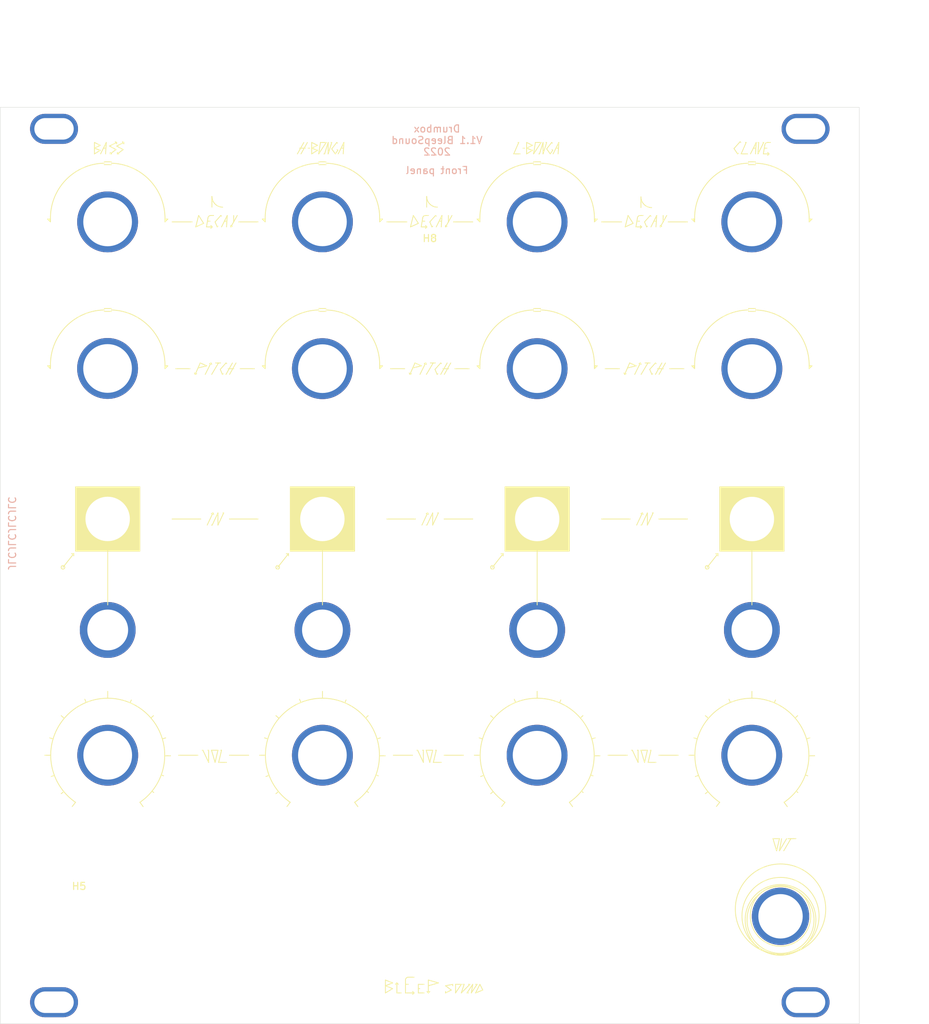
<source format=kicad_pcb>
(kicad_pcb (version 20211014) (generator pcbnew)
  (layers (0 "F.Cu" signal) (31 "B.Cu" signal) (34 "B.Paste" user) (35 "F.Paste" user) (36 "B.SilkS" user "B.Silkscreen") (37 "F.SilkS" user "F.Silkscreen") (38 "B.Mask" user) (39 "F.Mask" user) (44 "Edge.Cuts" user))
  (net 0 "")
  (footprint "Synth:Doepfer Mounting hole" (layer "F.Cu") (at 70 35.2)
    (fp_text reference "H1" hide)
    (fp_text value "MountingHole")
    (pad "1" thru_hole oval locked (at 0 0) (size 6.7 4.2) (drill oval 5.5 3) (layers *.Cu *.Mask))
  )
  (footprint "Synth:Doepfer Mounting hole" (layer "F.Cu") (at 175 35.2)
    (fp_text reference "H2" hide)
    (fp_text value "MountingHole")
    (pad "1" thru_hole oval locked (at 0 0) (size 6.7 4.2) (drill oval 5.5 3) (layers *.Cu *.Mask))
  )
  (footprint "Synth:Doepfer Mounting hole" (layer "F.Cu") (at 70 157.2)
    (fp_text reference "H3" hide)
    (fp_text value "MountingHole")
    (pad "1" thru_hole oval locked (at 0 0) (size 6.7 4.2) (drill oval 5.5 3) (layers *.Cu *.Mask))
  )
  (footprint "MountingHole:MountingHole_3.2mm_M3" (layer "F.Cu") (at 73.5 145.2)
    (fp_text reference "H5" (at 0 -4.2) (layer "F.SilkS"))
    (fp_text value "SpacerHoles")
    (pad "" np_thru_hole circle (at 0 0) (size 3.2 3.2) (drill 3.2) (layers *.Cu *.Mask))
  )
  (footprint "Synth:Doepfer Mounting hole" (layer "F.Cu") (at 175 157.2)
    (fp_text reference "H4" hide)
    (fp_text value "MountingHole")
    (pad "1" thru_hole oval locked (at 0 0) (size 6.7 4.2) (drill oval 5.5 3) (layers *.Cu *.Mask))
  )
  (footprint "MountingHole:MountingHole_3.2mm_M3" (layer "F.Cu") (at 122.5 54.7)
    (fp_text reference "H8" (at 0 -4.2) (layer "F.SilkS"))
    (fp_text value "SpacerHoles")
    (pad "" np_thru_hole circle (at 0 0) (size 3.2 3.2) (drill 3.2) (layers *.Cu *.Mask))
  )
  (gr_line (start 107.5 92.95) (end 107.5 101.7) (layer "F.SilkS") (width 0.12))
  (gr_line (start 77.5 92.95) (end 77.5 101.7) (layer "F.SilkS") (width 0.12))
  (gr_circle (center 101.25 96.45) (end 101.25 96.2) (layer "F.SilkS") (width 0.12) (fill none))
  (gr_line (start 101.25 96.45) (end 102.75 94.55) (layer "F.SilkS") (width 0.12))
  (gr_line (start 102.75 94.55) (end 102.45 94.55) (layer "F.SilkS") (width 0.12))
  (gr_line (start 102.75 94.55) (end 102.75 94.85) (layer "F.SilkS") (width 0.12))
  (gr_line (start 119.1 155.9) (end 120.3 155.9) (layer "F.SilkS") (width 0.12))
  (gr_line (start 136.025 38.7) (end 136.825 38.2) (layer "F.SilkS") (width 0.12))
  (gr_line (start 101 128.072083) (end 101.35 127.782083) (layer "F.SilkS") (width 0.12))
  (gr_line (start 94.7 48.9) (end 94.9 48.8) (layer "F.SilkS") (width 0.12))
  (gr_poly (pts (xy 99.1 68.3) (xy 99.5 68.3) (xy 99.5 68.7)) (layer "F.SilkS") (width 0.12) (fill solid))
  (gr_line (start 123.4 122) (end 123.3 122) (layer "F.SilkS") (width 0.12))
  (gr_line (start 136.825 37.5) (end 136.025 37.1) (layer "F.SilkS") (width 0.12))
  (gr_poly (pts (xy 145.5 48.2) (xy 145.5 47.8) (xy 145.9 47.8)) (layer "F.SilkS") (width 0.12) (fill solid))
  (gr_line (start 106 37.9) (end 106.8 37.5) (layer "F.SilkS") (width 0.12))
  (gr_arc (start 78 60.5) (mid 83.350096 62.861425) (end 85.5 68.3) (layer "F.SilkS") (width 0.12))
  (gr_line (start 93.4 122) (end 93.3 122) (layer "F.SilkS") (width 0.12))
  (gr_line (start 122.2 88.85) (end 122.3 89.05) (layer "F.SilkS") (width 0.12))
  (gr_line (start 137 60.3) (end 138 60.3) (layer "F.SilkS") (width 0.12))
  (gr_line (start 77.85 38.7) (end 78.05 38.7) (layer "F.SilkS") (width 0.12))
  (gr_line (start 139.525 37.1) (end 139.625 37.2) (layer "F.SilkS") (width 0.12))
  (gr_line (start 154.5 89.7) (end 158.5 89.7) (layer "F.SilkS") (width 0.12))
  (gr_line (start 153.525 69.5) (end 153.625 69.4) (layer "F.SilkS") (width 0.12))
  (gr_line (start 121.9 47.3) (end 122.3 47.3) (layer "F.SilkS") (width 0.12))
  (gr_line (start 152.2 88.85) (end 152 88.95) (layer "F.SilkS") (width 0.12))
  (gr_line (start 124.7 155.9) (end 124.7 155.7) (layer "F.SilkS") (width 0.12))
  (gr_line (start 138.05 37.1) (end 137 38.7) (layer "F.SilkS") (width 0.12))
  (gr_line (start 92.06066 46.13934) (end 92.06066 44.63934) (layer "F.SilkS") (width 0.12))
  (gr_line (start 94.325 68.7) (end 95.125 68.7) (layer "F.SilkS") (width 0.12))
  (gr_line (start 149.925 69.4) (end 149.725 69.5) (layer "F.SilkS") (width 0.12))
  (gr_line (start 101 117.172083) (end 101.41 117.522083) (layer "F.SilkS") (width 0.12))
  (gr_poly (pts (xy 85.5 68.7) (xy 85.5 68.3) (xy 85.9 68.3)) (layer "F.SilkS") (width 0.12) (fill solid))
  (gr_line (start 131 117.172083) (end 131.41 117.522083) (layer "F.SilkS") (width 0.12))
  (gr_line (start 150.1 122.7) (end 147.4 122.7) (layer "F.SilkS") (width 0.12))
  (gr_line (start 139.525 37.1) (end 138.825 38) (layer "F.SilkS") (width 0.12))
  (gr_arc (start 129.5 47.8) (mid 131.634567 42.346699) (end 137 40) (layer "F.SilkS") (width 0.12))
  (gr_line (start 152.1 48.9) (end 151.9 49.1) (layer "F.SilkS") (width 0.12))
  (gr_line (start 121.5 48.1) (end 121.8 48.1) (layer "F.SilkS") (width 0.12))
  (gr_line (start 106 37.1) (end 106 38.7) (layer "F.SilkS") (width 0.12))
  (gr_line (start 152.9 122) (end 152.5 123.7) (layer "F.SilkS") (width 0.12))
  (gr_line (start 120.425 67.9) (end 119.725 69.5) (layer "F.SilkS") (width 0.12))
  (gr_line (start 92.9 88.85) (end 92.9 90.55) (layer "F.SilkS") (width 0.12))
  (gr_line (start 143.89 117.172083) (end 143.54 117.492083) (layer "F.SilkS") (width 0.12))
  (gr_line (start 151.4 90.55) (end 152.2 88.85) (layer "F.SilkS") (width 0.12))
  (gr_line (start 165.5 38.7) (end 165.6 38.6) (layer "F.SilkS") (width 0.12))
  (gr_line (start 92.2 88.85) (end 92 88.95) (layer "F.SilkS") (width 0.12))
  (gr_line (start 152 122) (end 152.9 122) (layer "F.SilkS") (width 0.12))
  (gr_line (start 93.7 88.85) (end 93.6 88.85) (layer "F.SilkS") (width 0.12))
  (gr_line (start 135.525 37.9) (end 135.725 37.9) (layer "F.SilkS") (width 0.12))
  (gr_line (start 123.225 68.8) (end 123.525 69.5) (layer "F.SilkS") (width 0.12))
  (gr_arc (start 169.3 37.5) (mid 169.417157 37.217157) (end 169.7 37.1) (layer "F.SilkS") (width 0.12))
  (gr_arc (start 163 129.272083) (mid 167.5 114.734934) (end 172 129.272083) (layer "F.SilkS") (width 0.12))
  (gr_line (start 153.4 122) (end 153 123.7) (layer "F.SilkS") (width 0.12))
  (gr_line (start 167 60.7) (end 168 60.7) (layer "F.SilkS") (width 0.12))
  (gr_line (start 108.3 37.1) (end 107.8 38.7) (layer "F.SilkS") (width 0.12))
  (gr_line (start 140.425 37.9) (end 140.125 37.9) (layer "F.SilkS") (width 0.12))
  (gr_line (start 117.9 154.5) (end 117.7 154.7) (layer "F.SilkS") (width 0.12))
  (gr_line (start 168.1 37.1) (end 168 38.7) (layer "F.SilkS") (width 0.12))
  (gr_arc (start 153.5 46.2) (mid 152.43934 45.76066) (end 152 44.7) (layer "F.SilkS") (width 0.12))
  (gr_line (start 108.025 37.1) (end 106.975 38.7) (layer "F.SilkS") (width 0.12))
  (gr_line (start 82 129.272083) (end 82.45 129.882083) (layer "F.SilkS") (width 0.12))
  (gr_line (start 121.925 67.9) (end 121.725 68) (layer "F.SilkS") (width 0.12))
  (gr_line (start 124.025 67.9) (end 123.225 68.8) (layer "F.SilkS") (width 0.12))
  (gr_line (start 94.025 67.9) (end 93.225 68.8) (layer "F.SilkS") (width 0.12))
  (gr_line (start 91.925 67.9) (end 91.725 68) (layer "F.SilkS") (width 0.12))
  (gr_line (start 124.5 89.7) (end 128.5 89.7) (layer "F.SilkS") (width 0.12))
  (gr_poly (pts (xy 159.1 47.8) (xy 159.5 47.8) (xy 159.5 48.2)) (layer "F.SilkS") (width 0.12) (fill solid))
  (gr_poly (pts (xy 129.1 68.3) (xy 129.5 68.3) (xy 129.5 68.7)) (layer "F.SilkS") (width 0.12) (fill solid))
  (gr_line (start 154.025 67.9) (end 154.125 68) (layer "F.SilkS") (width 0.12))
  (gr_line (start 152.8 48.9) (end 152.9 48.8) (layer "F.SilkS") (width 0.12))
  (gr_circle (center 171.5 145.15) (end 169.5 140.15) (layer "F.SilkS") (width 0.12) (fill none))
  (gr_arc (start 103 129.272083) (mid 107.5 114.734934) (end 112 129.272083) (layer "F.SilkS") (width 0.12))
  (gr_line (start 107.8 38.7) (end 107.7 38.7) (layer "F.SilkS") (width 0.12))
  (gr_poly (pts (xy 69.1 47.8) (xy 69.5 47.8) (xy 69.5 48.2)) (layer "F.SilkS") (width 0.12) (fill solid))
  (gr_line (start 90.5 89.7) (end 86.5 89.7) (layer "F.SilkS") (width 0.12))
  (gr_line (start 156 68.7) (end 158 68.7) (layer "F.SilkS") (width 0.12))
  (gr_line (start 117.9 155.9) (end 118.5 155.9) (layer "F.SilkS") (width 0.12))
  (gr_line (start 150.8 122) (end 151.6 123.7) (layer "F.SilkS") (width 0.12))
  (gr_line (start 94.2 47.3) (end 93.4 48.9) (layer "F.SilkS") (width 0.12))
  (gr_line (start 120.9 48.4) (end 120.2 47.3) (layer "F.SilkS") (width 0.12))
  (gr_arc (start 159.5 47.8) (mid 161.634567 42.346699) (end 167 40) (layer "F.SilkS") (width 0.12))
  (gr_line (start 150.2 47.3) (end 149.8 48.9) (layer "F.SilkS") (width 0.12))
  (gr_line (start 110.8 114.972083) (end 110.64 115.352083) (layer "F.SilkS") (width 0.12))
  (gr_line (start 116.3 154.9) (end 117.3 154.5) (layer "F.SilkS") (width 0.12))
  (gr_line (start 122.1 48.9) (end 121.9 49.1) (layer "F.SilkS") (width 0.12))
  (gr_line (start 138.825 38) (end 139.325 38.7) (layer "F.SilkS") (width 0.12))
  (gr_line (start 125.1 48.2) (end 125.1 47.3) (layer "F.SilkS") (width 0.12))
  (gr_line (start 92 122) (end 92.9 122) (layer "F.SilkS") (width 0.12))
  (gr_line (start 126.9 154.7) (end 126.1 154.7) (layer "F.SilkS") (width 0.12))
  (gr_arc (start 119.1 154.1) (mid 119.217157 153.817157) (end 119.5 153.7) (layer "F.SilkS") (width 0.12))
  (gr_line (start 165 37.95) (end 165.5 38.7) (layer "F.SilkS") (width 0.12))
  (gr_line (start 126.1 155.9) (end 126.9 154.7) (layer "F.SilkS") (width 0.12))
  (gr_line (start 83.89 117.172083) (end 83.54 117.492083) (layer "F.SilkS") (width 0.12))
  (gr_line (start 120.425 67.9) (end 121.325 68.3) (layer "F.SilkS") (width 0.12))
  (gr_line (start 129.5 154.7) (end 128.9 155.9) (layer "F.SilkS") (width 0.12))
  (gr_line (start 89.925 69.4) (end 89.725 69.5) (layer "F.SilkS") (width 0.12))
  (gr_arc (start 168 60.5) (mid 173.350096 62.861425) (end 175.5 68.3) (layer "F.SilkS") (width 0.12))
  (gr_line (start 77.3 37.1) (end 77.2 38.7) (layer "F.SilkS") (width 0.12))
  (gr_line (start 93.3 47.3) (end 93.4 47.4) (layer "F.SilkS") (width 0.12))
  (gr_line (start 108.8 37.1) (end 108.3 38.7) (layer "F.SilkS") (width 0.12))
  (gr_line (start 146.5 48.2) (end 149.3 48.2) (layer "F.SilkS") (width 0.12))
  (gr_line (start 92.975 67.9) (end 92.025 69.5) (layer "F.SilkS") (width 0.12))
  (gr_line (start 110.4 37.9) (end 110.1 37.9) (layer "F.SilkS") (width 0.12))
  (gr_line (start 173.25 134.35) (end 173.65 134.35) (layer "F.SilkS") (width 0.12))
  (gr_line (start 121.125 69.5) (end 121.925 67.9) (layer "F.SilkS") (width 0.12))
  (gr_line (start 169.3 37.5) (end 169.1 38.7) (layer "F.SilkS") (width 0.12))
  (gr_line (start 116.3 155.9) (end 117.3 155.3) (layer "F.SilkS") (width 0.12))
  (gr_line (start 145.6 120.272083) (end 145.14 120.412083) (layer "F.SilkS") (width 0.12))
  (gr_line (start 168 37.9) (end 167.7 37.9) (layer "F.SilkS") (width 0.12))
  (gr_line (start 123.3 47.3) (end 122.5 48.2) (layer "F.SilkS") (width 0.12))
  (gr_line (start 128.1 154.7) (end 127.9 154.7) (layer "F.SilkS") (width 0.12))
  (gr_line (start 133 129.272083) (end 132.54 129.862083) (layer "F.SilkS") (width 0.12))
  (gr_line (start 92.9 90.55) (end 93.7 88.85) (layer "F.SilkS") (width 0.12))
  (gr_line (start 113.89 117.172083) (end 113.54 117.492083) (layer "F.SilkS") (width 0.12))
  (gr_line (start 145.3 125.572083) (end 144.99 125.462083) (layer "F.SilkS") (width 0.12))
  (gr_arc (start 151.5 47.7) (mid 151.617157 47.417157) (end 151.9 47.3) (layer "F.SilkS") (width 0.12))
  (gr_line (start 80.8 114.972083) (end 80.64 115.352083) (layer "F.SilkS") (width 0.12))
  (gr_line (start 92.1 48.9) (end 91.9 48.7) (layer "F.SilkS") (width 0.12))
  (gr_arc (start 133 129.272083) (mid 137.5 114.734934) (end 142 129.272083) (layer "F.SilkS") (width 0.12))
  (gr_line (start 145.502701 122.772083) (end 146.274313 122.772083) (layer "F.SilkS") (width 0.12))
  (gr_line (start 104.9 37.1) (end 104 38.7) (layer "F.SilkS") (width 0.12))
  (gr_line (start 99.6 125.672083) (end 100.04 125.512083) (layer "F.SilkS") (width 0.12))
  (gr_line (start 105.4 37.1) (end 104.5 38.7) (layer "F.SilkS") (width 0.12))
  (gr_line (start 103 129.272083) (end 102.54 129.862083) (layer "F.SilkS") (width 0.12))
  (gr_line (start 122.3 154.1) (end 122.3 155.9) (layer "F.SilkS") (width 0.12))
  (gr_line (start 169.7 37.1) (end 170.1 37.1) (layer "F.SilkS") (width 0.12))
  (gr_line (start 173.89 117.172083) (end 173.54 117.492083) (layer "F.SilkS") (width 0.12))
  (gr_arc (start 168 40) (mid 173.350096 42.361425) (end 175.5 47.8) (layer "F.SilkS") (width 0.12))
  (gr_line (start 153.225 68.8) (end 153.525 69.5) (layer "F.SilkS") (width 0.12))
  (gr_line (start 76.45 37.5) (end 75.65 37.1) (layer "F.SilkS") (width 0.12))
  (gr_line (start 124.2 47.3) (end 123.4 48.9) (layer "F.SilkS") (width 0.12))
  (gr_line (start 120.5 89.7) (end 116.5 89.7) (layer "F.SilkS") (width 0.12))
  (gr_line (start 119.925 69.4) (end 119.725 69.5) (layer "F.SilkS") (width 0.12))
  (gr_line (start 77.5 114.733694) (end 77.5 113.772083) (layer "F.SilkS") (width 0.12))
  (gr_line (start 161 128.072083) (end 161.35 127.782083) (layer "F.SilkS") (width 0.12))
  (gr_line (start 155.425 67.9) (end 154.525 69.5) (layer "F.SilkS") (width 0.12))
  (gr_poly (pts (xy 115.5 48.2) (xy 115.5 47.8) (xy 115.9 47.8)) (layer "F.SilkS") (width 0.12) (fill solid))
  (gr_line (start 153.3 47.3) (end 153.4 47.4) (layer "F.SilkS") (width 0.12))
  (gr_line (start 142 129.272083) (end 142.45 129.882083) (layer "F.SilkS") (width 0.12))
  (gr_line (start 94.1 48.1) (end 93.8 48.1) (layer "F.SilkS") (width 0.12))
  (gr_line (start 107 60.3) (end 108 60.3) (layer "F.SilkS") (width 0.12))
  (gr_line (start 152.5 123.7) (end 152 122) (layer "F.SilkS") (width 0.12))
  (gr_line (start 77.85 38.7) (end 77.85 38.5) (layer "F.SilkS") (width 0.12))
  (gr_line (start 119.1 154.7) (end 119.5 154.7) (layer "F.SilkS") (width 0.12))
  (gr_line (start 120.9 154.7) (end 120.9 155.9) (layer "F.SilkS") (width 0.12))
  (gr_line (start 149.725 69.5) (end 149.625 69.3) (layer "F.SilkS") (width 0.12))
  (gr_line (start 139.575 38.1) (end 139.675 38.2) (layer "F.SilkS") (width 0.12))
  (gr_line (start 125.7 154.7) (end 124.7 154.9) (layer "F.SilkS") (width 0.12))
  (gr_line (start 95.1 48.2) (end 95.6 47.3) (layer "F.SilkS") (width 0.12))
  (gr_line (start 99.4 120.272083) (end 99.86 120.412083) (layer "F.SilkS") (width 0.12))
  (gr_line (start 151.6 123.7) (end 151.6 122) (layer "F.SilkS") (width 0.12))
  (gr_line (start 90.8 122) (end 91.6 123.7) (layer "F.SilkS") (width 0.12))
  (gr_line (start 132.75 94.55) (end 132.45 94.55) (layer "F.SilkS") (width 0.12))
  (gr_line (start 175.3 125.572083) (end 174.99 125.462083) (layer "F.SilkS") (width 0.12))
  (gr_line (start 165.85 37) (end 165.95 37.1) (layer "F.SilkS") (width 0.12))
  (gr_line (start 120.9 155.3) (end 121.1 155.3) (layer "F.SilkS") (width 0.12))
  (gr_line (start 169.9 38.7) (end 169.7 38.9) (layer "F.SilkS") (width 0.12))
  (gr_line (start 151.925 67.9) (end 151.725 68) (layer "F.SilkS") (width 0.12))
  (gr_line (start 152.5 48.2) (end 152.8 48.9) (layer "F.SilkS") (width 0.12))
  (gr_line (start 127.3 154.7) (end 127.1 154.7) (layer "F.SilkS") (width 0.12))
  (gr_line (start 128.716895 122.7) (end 129.488507 122.7) (layer "F.SilkS") (width 0.12))
  (gr_line (start 106.975 38.7) (end 107.225 37.1) (layer "F.SilkS") (width 0.12))
  (gr_line (start 91.6 122) (end 91.5 122) (layer "F.SilkS") (width 0.12))
  (gr_line (start 92.1 90.55) (end 92 90.55) (layer "F.SilkS") (width 0.12))
  (gr_line (start 170.45 134.35) (end 171.35 134.35) (layer "F.SilkS") (width 0.12))
  (gr_line (start 122.5 48.2) (end 122.8 48.9) (layer "F.SilkS") (width 0.12))
  (gr_line (start 151.9 47.3) (end 152.3 47.3) (layer "F.SilkS") (width 0.12))
  (gr_line (start 137 39.8) (end 138 39.8) (layer "F.SilkS") (width 0.12))
  (gr_line (start 86.5 48.2) (end 89.3 48.2) (layer "F.SilkS") (width 0.12))
  (gr_line (start 121.6 122) (end 121.5 122) (layer "F.SilkS") (width 0.12))
  (gr_line (start 170.8 114.972083) (end 170.64 115.352083) (layer "F.SilkS") (width 0.12))
  (gr_line (start 171.35 134.35) (end 170.95 136.05) (layer "F.SilkS") (width 0.12))
  (gr_line (start 168.1 37.1) (end 167.3 38.7) (layer "F.SilkS") (width 0.12))
  (gr_line (start 93.525 69.5) (end 93.625 69.4) (layer "F.SilkS") (width 0.12))
  (gr_line (start 131.25 96.45) (end 132.75 94.55) (layer "F.SilkS") (width 0.12))
  (gr_line (start 122.1 155.7) (end 122.3 155.9) (layer "F.SilkS") (width 0.12))
  (gr_line (start 109.5 37.1) (end 109.6 37.2) (layer "F.SilkS") (width 0.12))
  (gr_line (start 122.3 155.9) (end 122.3 155.7) (layer "F.SilkS") (width 0.12))
  (gr_line (start 122.1 90.55) (end 122 90.55) (layer "F.SilkS") (width 0.12))
  (gr_poly (pts (xy 69.1 68.3) (xy 69.5 68.3) (xy 69.5 68.7)) (layer "F.SilkS") (width 0.12) (fill solid))
  (gr_line (start 75.65 38.7) (end 76.45 38.2) (layer "F.SilkS") (width 0.12))
  (gr_line (start 77 39.8) (end 78 39.8) (layer "F.SilkS") (width 0.12))
  (gr_line (start 115.3 125.572083) (end 114.99 125.462083) (layer "F.SilkS") (width 0.12))
  (gr_line (start 124.1 48.1) (end 123.8 48.1) (layer "F.SilkS") (width 0.12))
  (gr_line (start 106.8 38.2) (end 106 37.9) (layer "F.SilkS") (width 0.12))
  (gr_line (start 78.85 38.7) (end 79.05 38.7) (layer "F.SilkS") (width 0.12))
  (gr_line (start 138.325 37.1) (end 138.325 38.7) (layer "F.SilkS") (width 0.12))
  (gr_line (start 154.7 48.9) (end 154.7 48.7) (layer "F.SilkS") (width 0.12))
  (gr_line (start 166 38.7) (end 166.9 38.7) (layer "F.SilkS") (width 0.12))
  (gr_line (start 77 40.2) (end 78 40.2) (layer "F.SilkS") (width 0.12))
  (gr_line (start 153 123.7) (end 154.1 123.7) (layer "F.SilkS") (width 0.12))
  (gr_line (start 71 117.172083) (end 71.41 117.522083) (layer "F.SilkS") (width 0.12))
  (gr_line (start 90.1 122.7) (end 87.4 122.7) (layer "F.SilkS") (width 0.12))
  (gr_line (start 95.1 48.2) (end 94.7 48.9) (layer "F.SilkS") (width 0.12))
  (gr_line (start 109.55 38.1) (end 109.65 38.2) (layer "F.SilkS") (width 0.12))
  (gr_poly (pts (xy 115.5 68.7) (xy 115.5 68.3) (xy 115.9 68.3)) (layer "F.SilkS") (width 0.12) (fill solid))
  (gr_line (start 92.575 67.9) (end 93.275 67.9) (layer "F.SilkS") (width 0.12))
  (gr_line (start 93.225 68.8) (end 93.525 69.5) (layer "F.SilkS") (width 0.12))
  (gr_line (start 129.1 154.7) (end 128.9 154.7) (layer "F.SilkS") (width 0.12))
  (gr_line (start 169.15 37.1) (end 169.05 37.1) (layer "F.SilkS") (width 0.12))
  (gr_line (start 122.2 88.85) (end 122 88.95) (layer "F.SilkS") (width 0.12))
  (gr_line (start 152.575 67.9) (end 153.275 67.9) (layer "F.SilkS") (width 0.12))
  (gr_line (start 116.5 48.2) (end 119.3 48.2) (layer "F.SilkS") (width 0.12))
  (gr_line (start 122.5 123.7) (end 122 122) (layer "F.SilkS") (width 0.12))
  (gr_line (start 107.225 37.1) (end 108.025 37.1) (layer "F.SilkS") (width 0.12))
  (gr_arc (start 129.5 68.3) (mid 131.634567 62.846699) (end 137 60.5) (layer "F.SilkS") (width 0.12))
  (gr_line (start 131 128.072083) (end 131.35 127.782083) (layer "F.SilkS") (width 0.12))
  (gr_line (start 138.825 37.1) (end 138.725 37.1) (layer "F.SilkS") (width 0.12))
  (gr_line (start 119.8 48.9) (end 120.9 48.4) (layer "F.SilkS") (width 0.12))
  (gr_line (start 175.6 120.272083) (end 175.14 120.412083) (layer "F.SilkS") (width 0.12))
  (gr_line (start 117.9 154.5) (end 117.9 155.9) (layer "F.SilkS") (width 0.12))
  (gr_line (start 152.9 88.85) (end 152.9 90.55) (layer "F.SilkS") (width 0.12))
  (gr_line (start 175.502701 122.772083) (end 176.274313 122.772083) (layer "F.SilkS") (width 0.12))
  (gr_line (start 120.1 122.7) (end 117.4 122.7) (layer "F.SilkS") (width 0.12))
  (gr_line (start 94.025 67.9) (end 94.125 68) (layer "F.SilkS") (width 0.12))
  (gr_line (start 147 68.7) (end 149 68.7) (layer "F.SilkS") (width 0.12))
  (gr_line (start 152.1 90.55) (end 152.9 88.85) (layer "F.SilkS") (width 0.12))
  (gr_line (start 167.5 92.95) (end 167.5 101.7) (layer "F.SilkS") (width 0.12))
  (gr_line (start 78.75 37.1) (end 78.55 37) (layer "F.SilkS") (width 0.12))
  (gr_arc (start 69.5 47.8) (mid 71.634567 42.346699) (end 77 40) (layer "F.SilkS") (width 0.12))
  (gr_line (start 78.75 37.6) (end 79.65 38.1) (layer "F.SilkS") (width 0.12))
  (gr_line (start 171.65 134.35) (end 171.35 136.05) (layer "F.SilkS") (width 0.12))
  (gr_line (start 83.93 127.912083) (end 83.69 127.712083) (layer "F.SilkS") (width 0.12))
  (gr_line (start 127.3 154.7) (end 126.9 155.9) (layer "F.SilkS") (width 0.12))
  (gr_poly (pts (xy 175.5 48.2) (xy 175.5 47.8) (xy 175.9 47.8)) (layer "F.SilkS") (width 0.12) (fill solid))
  (gr_line (start 138.325 37.1) (end 137.825 38.7) (layer "F.SilkS") (width 0.12))
  (gr_line (start 124.7 154.9) (end 125.5 155.5) (layer "F.SilkS") (width 0.12))
  (gr_line (start 168.45 37.1) (end 168.35 38.7) (layer "F.SilkS") (width 0.12))
  (gr_line (start 158.716895 122.7) (end 159.488507 122.7) (layer "F.SilkS") (width 0.12))
  (gr_line (start 139.325 38.7) (end 139.675 38.2) (layer "F.SilkS") (width 0.12))
  (gr_line (start 92.1 90.55) (end 92.9 88.85) (layer "F.SilkS") (width 0.12))
  (gr_poly (pts (xy 163 85.2) (xy 172 85.2) (xy 172 94.2) (xy 163 94.2)) (layer "F.SilkS") (width 0.1) (fill solid))
  (gr_line (start 134.225 38.7) (end 135.125 38.7) (layer "F.SilkS") (width 0.12))
  (gr_line (start 72.75 94.55) (end 72.45 94.55) (layer "F.SilkS") (width 0.12))
  (gr_line (start 79.65 38.1) (end 78.85 38.7) (layer "F.SilkS") (width 0.12))
  (gr_line (start 168.45 37.1) (end 168.35 37.1) (layer "F.SilkS") (width 0.12))
  (gr_line (start 93 123.7) (end 94.1 123.7) (layer "F.SilkS") (width 0.12))
  (gr_line (start 85.3 125.572083) (end 84.99 125.462083) (layer "F.SilkS") (width 0.12))
  (gr_line (start 125.5 155.5) (end 124.7 155.9) (layer "F.SilkS") (width 0.12))
  (gr_line (start 167 40.2) (end 168 40.2) (layer "F.SilkS") (width 0.12))
  (gr_line (start 92.8 48.9) (end 92.9 48.8) (layer "F.SilkS") (width 0.12))
  (gr_line (start 122.575 67.9) (end 123.275 67.9) (layer "F.SilkS") (width 0.12))
  (gr_line (start 124.7 48.9) (end 124.9 48.8) (layer "F.SilkS") (width 0.12))
  (gr_arc (start 69.5 68.3) (mid 71.634567 62.846699) (end 77 60.5) (layer "F.SilkS") (width 0.12))
  (gr_line (start 85.6 120.272083) (end 85.14 120.412083) (layer "F.SilkS") (width 0.12))
  (gr_line (start 108.8 37.1) (end 108.7 37.1) (layer "F.SilkS") (width 0.12))
  (gr_line (start 108.3 37.1) (end 108.3 38.7) (layer "F.SilkS") (width 0.12))
  (gr_line (start 170.95 136.05) (end 170.45 134.35) (layer "F.SilkS") (width 0.12))
  (gr_line (start 94.925 67.9) (end 94.025 69.5) (layer "F.SilkS") (width 0.12))
  (gr_line (start 154.925 67.9) (end 154.025 69.5) (layer "F.SilkS") (width 0.12))
  (gr_line (start 90.425 67.9) (end 91.325 68.3) (layer "F.SilkS") (width 0.12))
  (gr_line (start 167 39.8) (end 168 39.8) (layer "F.SilkS") (width 0.12))
  (gr_poly (pts (xy 129.1 47.8) (xy 129.5 47.8) (xy 129.5 48.2)) (layer "F.SilkS") (width 0.12) (fill solid))
  (gr_line (start 77.2 37.9) (end 76.9 37.9) (layer "F.SilkS") (width 0.12))
  (gr_line (start 154.025 67.9) (end 153.225 68.8) (layer "F.SilkS") (width 0.12))
  (gr_line (start 124.2 47.3) (end 124.1 48.9) (layer "F.SilkS") (width 0.12))
  (gr_line (start 77 60.3) (end 78 60.3) (layer "F.SilkS") (width 0.12))
  (gr_line (start 137.825 38.7) (end 137.725 38.7) (layer "F.SilkS") (width 0.12))
  (gr_line (start 155.1 48.2) (end 154.7 48.9) (layer "F.SilkS") (width 0.12))
  (gr_line (start 117.3 154.5) (end 116.3 154.1) (layer "F.SilkS") (width 0.12))
  (gr_line (start 151.325 68.3) (end 150.125 68.6) (layer "F.SilkS") (width 0.12))
  (gr_line (start 92.5 48.2) (end 92.8 48.9) (layer "F.SilkS") (width 0.12))
  (gr_line (start 98.716895 122.7) (end 99.488507 122.7) (layer "F.SilkS") (width 0.12))
  (gr_line (start 93.3 47.3) (end 92.5 48.2) (layer "F.SilkS") (width 0.12))
  (gr_line (start 125.1 48.2) (end 124.7 48.9) (layer "F.SilkS") (width 0.12))
  (gr_line (start 126 68.7) (end 128 68.7) (layer "F.SilkS") (width 0.12))
  (gr_line (start 117.3 155.3) (end 116.3 154.9) (layer "F.SilkS") (width 0.12))
  (gr_line (start 154.2 47.3) (end 153.4 48.9) (layer "F.SilkS") (width 0.12))
  (gr_line (start 149.8 48.9) (end 150.9 48.4) (layer "F.SilkS") (width 0.12))
  (gr_line (start 172.55 134.35) (end 173.25 134.35) (layer "F.SilkS") (width 0.12))
  (gr_line (start 134.925 37.1) (end 134.225 38.7) (layer "F.SilkS") (width 0.12))
  (gr_line (start 127.7 155.9) (end 127.9 155.9) (layer "F.SilkS") (width 0.12))
  (gr_poly (pts (xy 133 85.2) (xy 142 85.2) (xy 142 94.2) (xy 133 94.2)) (layer "F.SilkS") (width 0.1) (fill solid))
  (gr_line (start 136.825 38.2) (end 136.025 37.9) (layer "F.SilkS") (width 0.12))
  (gr_line (start 122 122) (end 122.9 122) (layer "F.SilkS") (width 0.12))
  (gr_line (start 134.3 114.872083) (end 134.49 115.322083) (layer "F.SilkS") (width 0.12))
  (gr_line (start 109.3 38.7) (end 109.65 38.2) (layer "F.SilkS") (width 0.12))
  (gr_line (start 73 129.272083) (end 72.54 129.862083) (layer "F.SilkS") (width 0.12))
  (gr_arc (start 123.56066 46.13934) (mid 122.500012 45.699988) (end 122.06066 44.63934) (layer "F.SilkS") (width 0.12))
  (gr_line (start 91.925 67.9) (end 92.025 68.1) (layer "F.SilkS") (width 0.12))
  (gr_line (start 137.5 92.95) (end 137.5 101.7) (layer "F.SilkS") (width 0.12))
  (gr_line (start 166.7 37.1) (end 166 38.7) (layer "F.SilkS") (width 0.12))
  (gr_line (start 164.3 114.872083) (end 164.49 115.322083) (layer "F.SilkS") (width 0.12))
  (gr_arc (start 138 40) (mid 143.350096 42.361425) (end 145.5 47.8) (layer "F.SilkS") (width 0.12))
  (gr_poly (pts (xy 99.1 47.8) (xy 99.5 47.8) (xy 99.5 48.2)) (layer "F.SilkS") (width 0.12) (fill solid))
  (gr_line (start 129.4 120.272083) (end 129.86 120.412083) (layer "F.SilkS") (width 0.12))
  (gr_line (start 150.5 89.7) (end 146.5 89.7) (layer "F.SilkS") (width 0.12))
  (gr_line (start 92.9 122) (end 92.5 123.7) (layer "F.SilkS") (width 0.12))
  (gr_line (start 79.75 37.1) (end 79.55 37) (layer "F.SilkS") (width 0.12))
  (gr_line (start 91.4 90.55) (end 92.2 88.85) (layer "F.SilkS") (width 0.12))
  (gr_line (start 161 117.172083) (end 161.41 117.522083) (layer "F.SilkS") (width 0.12))
  (gr_line (start 120.8 122) (end 121.6 123.7) (layer "F.SilkS") (width 0.12))
  (gr_circle (center 171.5 145.15) (end 168.75 141.95) (layer "F.SilkS") (width 0.12) (fill none))
  (gr_line (start 152.975 67.9) (end 152.025 69.5) (layer "F.SilkS") (width 0.12))
  (gr_line (start 153.3 47.3) (end 152.5 48.2) (layer "F.SilkS") (width 0.12))
  (gr_line (start 125.425 67.9) (end 124.525 69.5) (layer "F.SilkS") (width 0.12))
  (gr_line (start 107.5 114.733694) (end 107.5 113.772083) (layer "F.SilkS") (width 0.12))
  (gr_line (start 152.9 90.55) (end 153.7 88.85) (layer "F.SilkS") (width 0.12))
  (gr_line (start 122.8 48.9) (end 122.9 48.8) (layer "F.SilkS") (width 0.12))
  (gr_line (start 155.8 48.2) (end 158.5 48.2) (layer "F.SilkS") (width 0.12))
  (gr_line (start 172.95 134.35) (end 171.95 136.05) (layer "F.SilkS") (width 0.12))
  (gr_line (start 151.5 48.1) (end 151.8 48.1) (layer "F.SilkS") (width 0.12))
  (gr_line (start 150.425 67.9) (end 151.325 68.3) (layer "F.SilkS") (width 0.12))
  (gr_circle (center 171.5 145.7) (end 172.95 150.15) (layer "F.SilkS") (width 0.12) (fill none))
  (gr_line (start 112 129.272083) (end 112.45 129.882083) (layer "F.SilkS") (width 0.12))
  (gr_line (start 117 68.7) (end 119 68.7) (layer "F.SilkS") (width 0.12))
  (gr_line (start 122.9 122) (end 122.5 123.7) (layer "F.SilkS") (width 0.12))
  (gr_line (start 151.125 69.5) (end 151.925 67.9) (layer "F.SilkS") (width 0.12))
  (gr_line (start 107 39.8) (end 108 39.8) (layer "F.SilkS") (width 0.12))
  (gr_line (start 94.5 89.7) (end 98.5 89.7) (layer "F.SilkS") (width 0.12))
  (gr_line (start 85.502701 122.772083) (end 86.274313 122.772083) (layer "F.SilkS") (width 0.12))
  (gr_line (start 121.325 68.3) (end 120.125 68.6) (layer "F.SilkS") (width 0.12))
  (gr_line (start 91.125 69.5) (end 91.925 67.9) (layer "F.SilkS") (width 0.12))
  (gr_line (start 165.85 37) (end 165 37.95) (layer "F.SilkS") (width 0.12))
  (gr_line (start 151.6 122) (end 151.5 122) (layer "F.SilkS") (width 0.12))
  (gr_line (start 129.6 125.672083) (end 130.04 125.512083) (layer "F.SilkS") (width 0.12))
  (gr_line (start 169.1 38.7) (end 169.8 38.7) (layer "F.SilkS") (width 0.12))
  (gr_line (start 150.8 122) (end 150.7 122) (layer "F.SilkS") (width 0.12))
  (gr_line (start 134.925 37.1) (end 134.825 37.1) (layer "F.SilkS") (width 0.12))
  (gr_line (start 124.7 48.9) (end 124.7 48.7) (layer "F.SilkS") (width 0.12))
  (gr_line (start 159.4 120.272083) (end 159.86 120.412083) (layer "F.SilkS") (width 0.12))
  (gr_circle (center 171.5 145.7) (end 169.7 141.1) (layer "F.SilkS") (width 0.12) (fill none))
  (gr_line (start 69.4 120.272083) (end 69.86 120.412083) (layer "F.SilkS") (width 0.12))
  (gr_line (start 132.75 94.55) (end 132.75 94.85) (layer "F.SilkS") (width 0.12))
  (gr_line (start 137 38.7) (end 137.25 37.1) (layer "F.SilkS") (width 0.12))
  (gr_line (start 78.85 38.7) (end 78.85 38.5) (layer "F.SilkS") (width 0.12))
  (gr_line (start 104.3 37.9) (end 105.1 37.9) (layer "F.SilkS") (width 0.12))
  (gr_line (start 76.45 38.2) (end 75.65 37.9) (layer "F.SilkS") (width 0.12))
  (gr_line (start 123.4 122) (end 123 123.7) (layer "F.SilkS") (width 0.12))
  (gr_poly (pts (xy 103 85.2) (xy 112 85.2) (xy 112 94.2) (xy 103 94.2)) (layer "F.SilkS") (width 0.1) (fill solid))
  (gr_line (start 124.5 122.7) (end 127.2 122.7) (layer "F.SilkS") (width 0.12))
  (gr_arc (start 159.5 68.3) (mid 161.634567 62.846699) (end 167 60.5) (layer "F.SilkS") (width 0.12))
  (gr_line (start 77 60.7) (end 78 60.7) (layer "F.SilkS") (width 0.12))
  (gr_line (start 171.35 136.05) (end 172.35 134.35) (layer "F.SilkS") (width 0.12))
  (gr_line (start 167.5 114.733694) (end 167.5 113.772083) (layer "F.SilkS") (width 0.12))
  (gr_line (start 154.2 47.3) (end 154.1 48.9) (layer "F.SilkS") (width 0.12))
  (gr_line (start 125.8 48.2) (end 128.5 48.2) (layer "F.SilkS") (width 0.12))
  (gr_line (start 122.975 67.9) (end 122.025 69.5) (layer "F.SilkS") (width 0.12))
  (gr_line (start 119.5 153.7) (end 120.3 153.7) (layer "F.SilkS") (width 0.12))
  (gr_line (start 137 40.2) (end 138 40.2) (layer "F.SilkS") (width 0.12))
  (gr_line (start 123 123.7) (end 124.1 123.7) (layer "F.SilkS") (width 0.12))
  (gr_line (start 152.1 90.55) (end 152 90.55) (layer "F.SilkS") (width 0.12))
  (gr_line (start 122.3 155.9) (end 122.5 155.7) (layer "F.SilkS") (width 0.12))
  (gr_line (start 152 46.2) (end 152 44.7) (layer "F.SilkS") (width 0.12))
  (gr_line (start 74.3 114.872083) (end 74.49 115.322083) (layer "F.SilkS") (width 0.12))
  (gr_line (start 116.3 154.1) (end 116.3 155.9) (layer "F.SilkS") (width 0.12))
  (gr_line (start 151.3 48.9) (end 152 48.9) (layer "F.SilkS") (width 0.12))
  (gr_line (start 123.525 69.5) (end 123.625 69.4) (layer "F.SilkS") (width 0.12))
  (gr_line (start 72.75 94.55) (end 72.75 94.85) (layer "F.SilkS") (width 0.12))
  (gr_line (start 115.502701 122.772083) (end 116.274313 122.772083) (layer "F.SilkS") (width 0.12))
  (gr_line (start 126.9 155.9) (end 128.1 154.7) (layer "F.SilkS") (width 0.12))
  (gr_line (start 136.025 37.9) (end 136.825 37.5) (layer "F.SilkS") (width 0.12))
  (gr_line (start 89.8 48.9) (end 90.9 48.4) (layer "F.SilkS") (width 0.12))
  (gr_line (start 90.2 47.3) (end 89.8 48.9) (layer "F.SilkS") (width 0.12))
  (gr_line (start 151.925 67.9) (end 152.025 68.1) (layer "F.SilkS") (width 0.12))
  (gr_line (start 140.8 114.972083) (end 140.64 115.352083) (layer "F.SilkS") (width 0.12))
  (gr_line (start 138.825 37.1) (end 138.325 38.7) (layer "F.SilkS") (width 0.12))
  (gr_line (start 79.75 37.1) (end 79.75 37.3) (layer "F.SilkS") (width 0.12))
  (gr_line (start 75.65 37.1) (end 75.65 38.7) (layer "F.SilkS") (width 0.12))
  (gr_line (start 120.3 155.9) (end 120.1 155.7) (layer "F.SilkS") (width 0.12))
  (gr_circle (center 71.25 96.45) (end 71.25 96.2) (layer "F.SilkS") (width 0.12) (fill none))
  (gr_line (start 163 129.272083) (end 162.54 129.862083) (layer "F.SilkS") (width 0.12))
  (gr_line (start 90.425 67.9) (end 89.725 69.5) (layer "F.SilkS") (width 0.12))
  (gr_line (start 89.725 69.5) (end 89.625 69.3) (layer "F.SilkS") (width 0.12))
  (gr_line (start 137 60.7) (end 138 60.7) (layer "F.SilkS") (width 0.12))
  (gr_line (start 129.5 154.7) (end 129.9 155.5) (layer "F.SilkS") (width 0.12))
  (gr_line (start 95.425 67.9) (end 94.525 69.5) (layer "F.SilkS") (width 0.12))
  (gr_line (start 150.9 48.4) (end 150.2 47.3) (layer "F.SilkS") (width 0.12))
  (gr_line (start 91.5 47.7) (end 91.3 48.9) (layer "F.SilkS") (width 0.12))
  (gr_line (start 169.9 38.7) (end 169.7 38.5) (layer "F.SilkS") (width 0.12))
  (gr_line (start 93.4 122) (end 93 123.7) (layer "F.SilkS") (width 0.12))
  (gr_line (start 105.5 37.9) (end 105.7 37.9) (layer "F.SilkS") (width 0.12))
  (gr_line (start 68.716895 122.7) (end 69.488507 122.7) (layer "F.SilkS") (width 0.12))
  (gr_line (start 79.75 37.1) (end 78.75 37.6) (layer "F.SilkS") (width 0.12))
  (gr_line (start 162.75 94.55) (end 162.45 94.55) (layer "F.SilkS") (width 0.12))
  (gr_line (start 173.93 127.912083) (end 173.69 127.712083) (layer "F.SilkS") (width 0.12))
  (gr_arc (start 73 129.272083) (mid 77.5 114.734934) (end 82 129.272083) (layer "F.SilkS") (width 0.12))
  (gr_line (start 155.1 48.2) (end 155.1 47.3) (layer "F.SilkS") (width 0.12))
  (gr_line (start 113.93 127.912083) (end 113.69 127.712083) (layer "F.SilkS") (width 0.12))
  (gr_line (start 78.75 37.1) (end 78.75 37.3) (layer "F.SilkS") (width 0.12))
  (gr_arc (start 99.5 47.8) (mid 101.634567 42.346699) (end 107 40) (layer "F.SilkS") (width 0.12))
  (gr_line (start 109.5 37.1) (end 108.8 38) (layer "F.SilkS") (width 0.12))
  (gr_line (start 153.7 88.85) (end 153.6 88.85) (layer "F.SilkS") (width 0.12))
  (gr_line (start 117.9 154.5) (end 118.1 154.7) (layer "F.SilkS") (width 0.12))
  (gr_arc (start 108 60.5) (mid 113.350096 62.861425) (end 115.5 68.3) (layer "F.SilkS") (width 0.12))
  (gr_line (start 78.65 38.1) (end 77.85 38.7) (layer "F.SilkS") (width 0.12))
  (gr_line (start 123.7 88.85) (end 123.6 88.85) (layer "F.SilkS") (width 0.12))
  (gr_poly (pts (xy 159.1 68.3) (xy 159.5 68.3) (xy 159.5 68.7)) (layer "F.SilkS") (width 0.12) (fill solid))
  (gr_line (start 77.3 37.1) (end 76.5 38.7) (layer "F.SilkS") (width 0.12))
  (gr_line (start 122.9 88.85) (end 122.9 90.55) (layer "F.SilkS") (width 0.12))
  (gr_line (start 155.1 48.2) (end 155.6 47.3) (layer "F.SilkS") (width 0.12))
  (gr_line (start 122.06066 46.13934) (end 122.06066 44.63934) (layer "F.SilkS") (width 0.12))
  (gr_line (start 154.325 68.7) (end 155.125 68.7) (layer "F.SilkS") (width 0.12))
  (gr_line (start 152.2 88.85) (end 152.3 89.05) (layer "F.SilkS") (width 0.12))
  (gr_line (start 128.5 154.7) (end 127.7 155.9) (layer "F.SilkS") (width 0.12))
  (gr_circle (center 131.25 96.45) (end 131.25 96.2) (layer "F.SilkS") (width 0.12) (fill none))
  (gr_arc (start 99.5 68.3) (mid 101.634567 62.846699) (end 107 60.5) (layer "F.SilkS") (width 0.12))
  (gr_line (start 110.5 37.1) (end 110.4 38.7) (layer "F.SilkS") (width 0.12))
  (gr_line (start 95.1 48.2) (end 95.1 47.3) (layer "F.SilkS") (width 0.12))
  (gr_line (start 120.3 155.9) (end 120.1 156.1) (layer "F.SilkS") (width 0.12))
  (gr_line (start 120.2 47.3) (end 119.8 48.9) (layer "F.SilkS") (width 0.12))
  (gr_line (start 136.025 37.1) (end 136.025 38.7) (layer "F.SilkS") (width 0.12))
  (gr_line (start 94.5 122.7) (end 97.2 122.7) (layer "F.SilkS") (width 0.12))
  (gr_line (start 121.6 123.7) (end 121.6 122) (layer "F.SilkS") (width 0.12))
  (gr_line (start 122.3 154.1) (end 123.7 154.5) (layer "F.SilkS") (width 0.12))
  (gr_line (start 121.3 48.9) (end 122 48.9) (layer "F.SilkS") (width 0.12))
  (gr_line (start 122.9 90.55) (end 123.7 88.85) (layer "F.SilkS") (width 0.12))
  (gr_line (start 128.3 155.9) (end 129.1 154.7) (layer "F.SilkS") (width 0.12))
  (gr_line (start 128.9 155.9) (end 129.9 155.5) (layer "F.SilkS") (width 0.12))
  (gr_line (start 162.75 94.55) (end 162.75 94.85) (layer "F.SilkS") (width 0.12))
  (gr_line (start 124.925 67.9) (end 124.025 69.5) (layer "F.SilkS") (width 0.12))
  (gr_line (start 123.3 47.3) (end 123.4 47.4) (layer "F.SilkS") (width 0.12))
  (gr_line (start 154.5 122.7) (end 157.2 122.7) (layer "F.SilkS") (width 0.12))
  (gr_arc (start 93.56066 46.13934) (mid 92.500012 45.699988) (end 92.06066 44.63934) (layer "F.SilkS") (width 0.12))
  (gr_line (start 120.9 155.9) (end 121.7 155.9) (layer "F.SilkS") (width 0.12))
  (gr_line (start 92.2 88.85) (end 92.3 89.05) (layer "F.SilkS") (width 0.12))
  (gr_line (start 124.325 68.7) (end 125.125 68.7) (layer "F.SilkS") (width 0.12))
  (gr_line (start 166.7 37.1) (end 166.6 37.1) (layer "F.SilkS") (width 0.12))
  (gr_line (start 71 128.072083) (end 71.35 127.782083) (layer "F.SilkS") (width 0.12))
  (gr_line (start 137.5 114.733694) (end 137.5 113.772083) (layer "F.SilkS") (width 0.12))
  (gr_line (start 96 68.7) (end 98 68.7) (layer "F.SilkS") (width 0.12))
  (gr_line (start 125.1 48.2) (end 125.6 47.3) (layer "F.SilkS") (width 0.12))
  (gr_line (start 154.1 48.1) (end 153.8 48.1) (layer "F.SilkS") (width 0.12))
  (gr_line (start 69.6 125.672083) (end 70.04 125.512083) (layer "F.SilkS") (width 0.12))
  (gr_line (start 87 68.7) (end 89 68.7) (layer "F.SilkS") (width 0.12))
  (gr_line (start 95.8 48.2) (end 98.5 48.2) (layer "F.SilkS") (width 0.12))
  (gr_line (start 123.7 154.5) (end 122.3 154.9) (layer "F.SilkS") (width 0.12))
  (gr_line (start 167 60.3) (end 168 60.3) (layer "F.SilkS") (width 0.12))
  (gr_arc (start 91.5 47.7) (mid 91.617157 47.417157) (end 91.9 47.3) (layer "F.SilkS") (width 0.12))
  (gr_line (start 75.65 37.9) (end 76.45 37.5) (layer "F.SilkS") (width 0.12))
  (gr_line (start 71.25 96.45) (end 72.75 94.55) (layer "F.SilkS") (width 0.12))
  (gr_poly (pts (xy 145.5 68.7) (xy 145.5 68.3) (xy 145.9 68.3)) (layer "F.SilkS") (width 0.12) (fill solid))
  (gr_line (start 77.75 37.6) (end 78.65 38.1) (layer "F.SilkS") (width 0.12))
  (gr_line (start 122.1 90.55) (end 122.9 88.85) (layer "F.SilkS") (width 0.12))
  (gr_line (start 91.9 47.3) (end 92.3 47.3) (layer "F.SilkS") (width 0.12))
  (gr_line (start 115.6 120.272083) (end 115.14 120.412083) (layer "F.SilkS") (width 0.12))
  (gr_line (start 91.6 123.7) (end 91.6 122) (layer "F.SilkS") (width 0.12))
  (gr_line (start 90.8 122) (end 90.7 122) (layer "F.SilkS") (width 0.12))
  (gr_circle (center 171.5 144.2) (end 174.6 149.7) (layer "F.SilkS") (width 0.12) (fill none))
  (gr_line (start 121.4 90.55) (end 122.2 88.85) (layer "F.SilkS") (width 0.12))
  (gr_line (start 122.1 48.9) (end 121.9 48.7) (layer "F.SilkS") (width 0.12))
  (gr_arc (start 108 40) (mid 113.350096 42.361425) (end 115.5 47.8) (layer "F.SilkS") (width 0.12))
  (gr_line (start 121.5 47.7) (end 121.3 48.9) (layer "F.SilkS") (width 0.12))
  (gr_circle (center 161.25 96.45) (end 161.25 96.2) (layer "F.SilkS") (width 0.12) (fill none))
  (gr_line (start 94.7 48.9) (end 94.7 48.7) (layer "F.SilkS") (width 0.12))
  (gr_line (start 161.25 96.45) (end 162.75 94.55) (layer "F.SilkS") (width 0.12))
  (gr_line (start 119.1 154.1) (end 119.1 155.9) (layer "F.SilkS") (width 0.12))
  (gr_line (start 106 38.7) (end 106.8 38.2) (layer "F.SilkS") (width 0.12))
  (gr_line (start 91.5 48.1) (end 91.8 48.1) (layer "F.SilkS") (width 0.12))
  (gr_arc (start 121.5 47.7) (mid 121.617157 47.417157) (end 121.9 47.3) (layer "F.SilkS") (width 0.12))
  (gr_line (start 159.6 125.672083) (end 160.04 125.512083) (layer "F.SilkS") (width 0.12))
  (gr_poly (pts (xy 73 85.2) (xy 82 85.2) (xy 82 94.2) (xy 73 94.2)) (layer "F.SilkS") (width 0.1) (fill solid))
  (gr_line (start 110.5 37.1) (end 109.7 38.7) (layer "F.SilkS") (width 0.12))
  (gr_line (start 172 129.272083) (end 172.45 129.882083) (layer "F.SilkS") (width 0.12))
  (gr_line (start 152.1 48.9) (end 151.9 48.7) (layer "F.SilkS") (width 0.12))
  (gr_line (start 94.2 47.3) (end 94.1 48.9) (layer "F.SilkS") (width 0.12))
  (gr_line (start 104.3 114.872083) (end 104.49 115.322083) (layer "F.SilkS") (width 0.12))
  (gr_line (start 169.3 37.9) (end 169.6 37.9) (layer "F.SilkS") (width 0.12))
  (gr_arc (start 78 40) (mid 83.350096 42.361425) (end 85.5 47.8) (layer "F.SilkS") (width 0.12))
  (gr_line (start 120.8 122) (end 120.7 122) (layer "F.SilkS") (width 0.12))
  (gr_line (start 143.93 127.912083) (end 143.69 127.712083) (layer "F.SilkS") (width 0.12))
  (gr_line (start 91.325 68.3) (end 90.125 68.6) (layer "F.SilkS") (width 0.12))
  (gr_line (start 151.5 47.7) (end 151.3 48.9) (layer "F.SilkS") (width 0.12))
  (gr_line (start 92.5 123.7) (end 92 122) (layer "F.SilkS") (width 0.12))
  (gr_line (start 154.7 48.9) (end 154.9 48.8) (layer "F.SilkS") (width 0.12))
  (gr_line (start 140.525 37.1) (end 139.725 38.7) (layer "F.SilkS") (width 0.12))
  (gr_line (start 153.4 122) (end 153.3 122) (layer "F.SilkS") (width 0.12))
  (gr_line (start 90.9 48.4) (end 90.2 47.3) (layer "F.SilkS") (width 0.12))
  (gr_line (start 78.75 37.1) (end 77.75 37.6) (layer "F.SilkS") (width 0.12))
  (gr_line (start 169.15 37.1) (end 168.35 38.7) (layer "F.SilkS") (width 0.12))
  (gr_line (start 125.7 154.7) (end 125.7 154.9) (layer "F.SilkS") (width 0.12))
  (gr_line (start 91.3 48.9) (end 92 48.9) (layer "F.SilkS") (width 0.12))
  (gr_line (start 119.725 69.5) (end 119.625 69.3) (layer "F.SilkS") (width 0.12))
  (gr_arc (start 138 60.5) (mid 143.350096 62.861425) (end 145.5 68.3) (layer "F.SilkS") (width 0.12))
  (gr_line (start 150.425 67.9) (end 149.725 69.5) (layer "F.SilkS") (width 0.12))
  (gr_line (start 126.1 154.7) (end 126.1 155.9) (layer "F.SilkS") (width 0.12))
  (gr_line (start 108.8 38) (end 109.3 38.7) (layer "F.SilkS") (width 0.12))
  (gr_line (start 140.525 37.1) (end 140.425 38.7) (layer "F.SilkS") (width 0.12))
  (gr_line (start 137.25 37.1) (end 138.05 37.1) (layer "F.SilkS") (width 0.12))
  (gr_line (start 107 40.2) (end 108 40.2) (layer "F.SilkS") (width 0.12))
  (gr_line (start 128.5 154.7) (end 128.3 155.9) (layer "F.SilkS") (width 0.12))
  (gr_line (start 107 60.7) (end 108 60.7) (layer "F.SilkS") (width 0.12))
  (gr_line (start 92.1 48.9) (end 91.9 49.1) (layer "F.SilkS") (width 0.12))
  (gr_line (start 120.9 154.7) (end 121.7 154.7) (layer "F.SilkS") (width 0.12))
  (gr_poly (pts (xy 85.5 48.2) (xy 85.5 47.8) (xy 85.9 47.8)) (layer "F.SilkS") (width 0.12) (fill solid))
  (gr_line (start 124.025 67.9) (end 124.125 68) (layer "F.SilkS") (width 0.12))
  (gr_poly (pts (xy 175.5 68.7) (xy 175.5 68.3) (xy 175.9 68.3)) (layer "F.SilkS") (width 0.12) (fill solid))
  (gr_line (start 106.8 37.5) (end 106 37.1) (layer "F.SilkS") (width 0.12))
  (gr_line (start 121.925 67.9) (end 122.025 68.1) (layer "F.SilkS") (width 0.12))
  (gr_line (start 62.5 32.2) (end 62.5 160.2) (layer "Edge.Cuts") (width 0.05))
  (gr_line (start 62.5 32.2) (end 182.5 32.2) (layer "Edge.Cuts") (width 0.05))
  (gr_line (start 182.5 32.2) (end 182.5 160.2) (layer "Edge.Cuts") (width 0.05))
  (gr_line (start 182.5 160.2) (end 62.5 160.2) (layer "Edge.Cuts") (width 0.05))
  (gr_text "Front panel" (at 123.5 41) (layer "B.SilkS") (effects (font (size 1 1)) (justify mirror)))
  (gr_text "JLCJLCJLCJLC\n" (at 64.1 91.7 -90) (layer "B.SilkS") (effects (font (size 1 1)) (justify mirror)))
  (gr_text "Drumbox\nV1.1 BleepSound\n2022" (at 123.5 36.8) (layer "B.SilkS") (effects (font (size 1 1)) (justify mirror)))
  (via (at 107.499327 48.190916) (size 8.5) (drill 6.8) (layers "F.Cu" "B.Cu") (net 0))
  (via (at 137.492606 48.198655) (size 8.5) (drill 6.8) (layers "F.Cu" "B.Cu") (net 0))
  (via (at 167.5 105.2) (size 7.8) (drill 5.7) (layers "F.Cu" "B.Cu") (net 0))
  (via (at 77.5 122.7) (size 8.5) (drill 6.8) (layers "F.Cu" "B.Cu") (net 0))
  (via (at 77.5 105.2) (size 7.8) (drill 5.7) (layers "F.Cu" "B.Cu") (net 0))
  (via (at 171.5 145.197644) (size 8) (drill 6.2) (layers "F.Cu" "B.Cu") (net 0))
  (via (at 137.5 105.2) (size 7.8) (drill 5.7) (layers "F.Cu" "B.Cu") (net 0))
  (via (at 107.5 105.2) (size 7.8) (drill 5.7) (layers "F.Cu" "B.Cu") (net 0))
  (via (at 137.5 89.7) (size 8) (drill 6.2) (layers "F.Cu" "B.Cu") (net 0))
  (via (at 107.489232 89.692932) (size 8) (drill 6.2) (layers "F.Cu" "B.Cu") (net 0))
  (via (at 77.484521 48.198309) (size 8.5) (drill 6.8) (layers "F.Cu" "B.Cu") (net 0))
  (via (at 107.494632 68.698991) (size 8.5) (drill 6.8) (layers "F.Cu" "B.Cu") (net 0))
  (via (at 167.486537 48.197983) (size 8.5) (drill 6.8) (layers "F.Cu" "B.Cu") (net 0))
  (via (at 167.5 89.7) (size 8) (drill 6.2) (layers "F.Cu" "B.Cu") (net 0))
  (via (at 137.490244 122.696639) (size 8.5) (drill 6.8) (layers "F.Cu" "B.Cu") (net 0))
  (via (at 137.497977 68.6963) (size 8.5) (drill 6.8) (layers "F.Cu" "B.Cu") (net 0))
  (via (at 107.495066 122.6963) (size 8.5) (drill 6.8) (layers "F.Cu" "B.Cu") (net 0))
  (via (at 167.498766 68.697533) (size 8.5) (drill 6.8) (layers "F.Cu" "B.Cu") (net 0))
  (via (at 167.485173 122.698991) (size 8.5) (drill 6.8) (layers "F.Cu" "B.Cu") (net 0))
  (via (at 77.478457 68.672408) (size 8.5) (drill 6.8) (layers "F.Cu" "B.Cu") (net 0))
  (via (at 77.491588 89.6889) (size 8) (drill 6.2) (layers "F.Cu" "B.Cu") (net 0))
)
</source>
